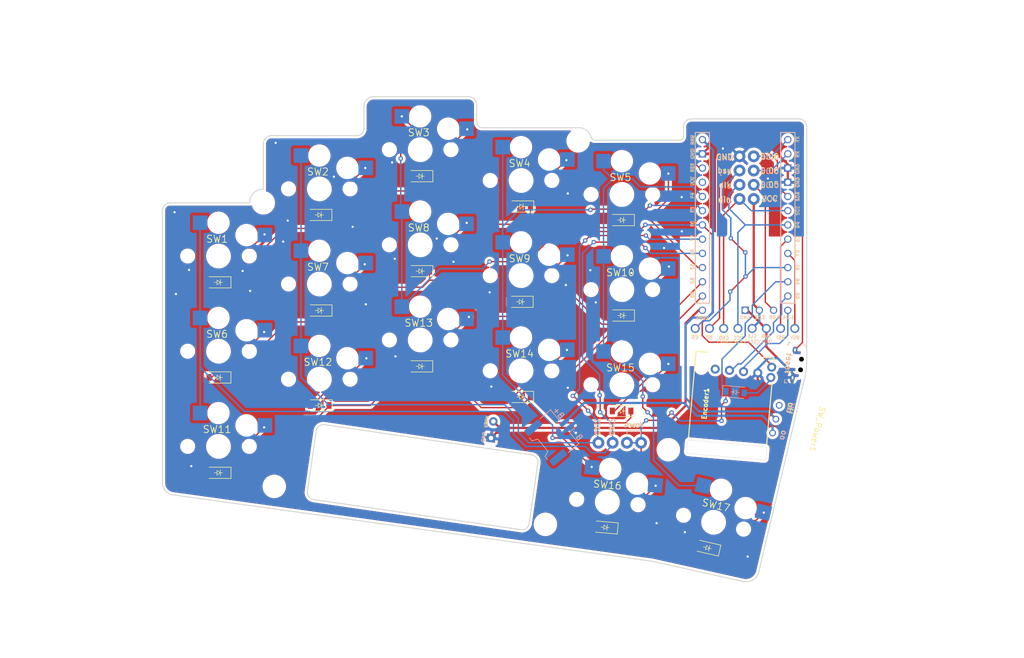
<source format=kicad_pcb>
(kicad_pcb (version 20211014) (generator pcbnew)
  (layers (0 "F.Cu" signal) (31 "B.Cu" signal) (34 "B.Paste" user) (35 "F.Paste" user) (36 "B.SilkS" user "B.Silkscreen") (37 "F.SilkS" user "F.Silkscreen") (38 "B.Mask" user) (39 "F.Mask" user) (44 "Edge.Cuts" user))
  (net 0 "")
  (net 1 "VBat")
  (net 2 "GND")
  (net 3 "row1")
  (net 4 "Net-(D1-Pad2)")
  (net 5 "Net-(D2-Pad2)")
  (net 6 "Net-(D3-Pad2)")
  (net 7 "Net-(D4-Pad2)")
  (net 8 "Net-(D5-Pad2)")
  (net 9 "row2")
  (net 10 "Net-(D6-Pad2)")
  (net 11 "Net-(D7-Pad2)")
  (net 12 "Net-(D8-Pad2)")
  (net 13 "Net-(D9-Pad2)")
  (net 14 "Net-(D10-Pad2)")
  (net 15 "row3")
  (net 16 "Net-(D11-Pad2)")
  (net 17 "Net-(D12-Pad2)")
  (net 18 "Net-(D13-Pad2)")
  (net 19 "Net-(D14-Pad2)")
  (net 20 "Net-(D15-Pad2)")
  (net 21 "row4")
  (net 22 "Net-(D16-Pad2)")
  (net 23 "Net-(D17-Pad2)")
  (net 24 "bsy")
  (net 25 "clk")
  (net 26 "cs")
  (net 27 "dc")
  (net 28 "din")
  (net 29 "rst")
  (net 30 "VCC")
  (net 31 "encoder_a")
  (net 32 "encoder_b")
  (net 33 "Net-(D18-Pad2)")
  (net 34 "col1")
  (net 35 "col2")
  (net 36 "col3")
  (net 37 "col4")
  (net 38 "col5")
  (net 40 "VRaw")
  (net 41 "reset")
  (net 42 "0.06")
  (net 43 "VBus")
  (net 44 "0.08")
  (net 45 "0.05")
  (footprint "mylib:Kailh_Choc_Hotplug" (layer "F.Cu") (at 161 70.5)
    (fp_text reference "SW9")
    (fp_text value "SW_PUSH-kbd" hide)
  )
  (footprint "mylib:pogopin_1x4" (layer "F.Cu") (at 200 53 90)
    (fp_text reference "J2" hide)
    (fp_text value "Conn_01x04_Female")
  )
  (footprint "mylib:Kailh_Choc_Hotplug" (layer "F.Cu") (at 179 73)
    (fp_text reference "SW10")
    (fp_text value "SW_PUSH-kbd" hide)
  )
  (footprint "mylib:SW_Reset_vertical" (layer "F.Cu") (at 211.825 86.45 -95)
    (fp_text reference "SW_Reset1" hide)
    (fp_text value "SW_RESET-kbd")
  )
  (footprint "mylib:Kailh_Choc_Hotplug" (layer "F.Cu") (at 179 90)
    (fp_text reference "SW15")
    (fp_text value "SW_PUSH-kbd" hide)
  )
  (footprint "mylib:Diode" (layer "F.Cu") (at 161.03 58.15 180)
    (fp_text reference "D4" hide)
    (fp_text value "1N4148W" hide)
  )
  (footprint "mylib:Diode" (layer "F.Cu") (at 161 92.175 180)
    (fp_text reference "D14" hide)
    (fp_text value "1N4148W" hide)
  )
  (footprint "mylib:Conn_EPD" (layer "F.Cu") (at 201 79.275)
    (fp_text reference "Display1" hide)
    (fp_text value "Conn_Display_general")
  )
  (footprint "mylib:Diode" (layer "F.Cu") (at 125.06 93.69 180)
    (fp_text reference "D12" hide)
    (fp_text value "1N4148W" hide)
  )
  (footprint "mylib:VBus_pad_reversible" (layer "F.Cu") (at 155.85 98.025 -98)
    (fp_text reference "WirelessCharger1" hide)
    (fp_text value "Conn_01x02_Female" hide)
  )
  (footprint "mylib:Diode" (layer "F.Cu") (at 106.98 105.72 180)
    (fp_text reference "D11" hide)
    (fp_text value "1N4148W" hide)
  )
  (footprint "mylib:Diode" (layer "F.Cu") (at 178.975 60.575 180)
    (fp_text reference "D5" hide)
    (fp_text value "1N4148W" hide)
  )
  (footprint "mylib:Diode" (layer "F.Cu") (at 178.95 94.675 180)
    (fp_text reference "D15" hide)
    (fp_text value "1N4148W" hide)
  )
  (footprint "mylib:Diode" (layer "F.Cu") (at 194.254343 119.117065 167)
    (fp_text reference "D17" hide)
    (fp_text value "1N4148W" hide)
  )
  (footprint "mylib:Diode" (layer "F.Cu") (at 160.92 75.18 180)
    (fp_text reference "D9" hide)
    (fp_text value "1N4148W" hide)
  )
  (footprint "mylib:pogopin_1x4" (layer "F.Cu") (at 178.625 100.35)
    (fp_text reference "J3" hide)
    (fp_text value "expantion1" hide)
  )
  (footprint "mylib:Kailh_Choc_Hotplug" (layer "F.Cu") (at 107 67)
    (fp_text reference "SW1")
    (fp_text value "SW_PUSH-kbd" hide)
  )
  (footprint "mylib:ProMacroLite_Partial" (layer "F.Cu") (at 201 60.175)
    (fp_text reference "U1" hide)
    (fp_text value "ProMicro-kbd")
  )
  (footprint "MountingHole:MountingHole_3.2mm_M3_DIN965" (layer "F.Cu") (at 187.3 101.6)
    (fp_text reference "H3" hide)
    (fp_text value "MountingHole")
  )
  (footprint "mylib:Diode" (layer "F.Cu") (at 142.99 86.71 180)
    (fp_text reference "D13" hide)
    (fp_text value "1N4148W" hide)
  )
  (footprint "mylib:Diode" (layer "F.Cu") (at 176.020767 115.468679 175)
    (fp_text reference "D16" hide)
    (fp_text value "1N4148W" hide)
  )
  (footprint "mylib:Diode" (layer "F.Cu") (at 106.98 71.7 180)
    (fp_text reference "D1" hide)
    (fp_text value "1N4148W" hide)
  )
  (footprint "mylib:RollerEncoder_Panasonic_EVQWGD001" (layer "F.Cu") (at 198.971127 93.138087 -95)
    (fp_text reference "Encoder1")
    (fp_text value "RotaryEncoder")
    (fp_line (start 7.7 7.6) (end 9.5 7.6) (layer "Edge.Cuts") (width 0.05))
    (fp_line (start 7.4 -6.3) (end 7.4 7.3) (layer "Edge.Cuts") (width 0.05))
    (fp_line (start 9.8 7.3) (end 9.8 -6.3) (layer "Edge.Cuts") (width 0.05))
    (fp_line (start 9.5 -6.6) (end 7.7 -6.6) (layer "Edge.Cuts") (width 0.05))
    (fp_arc (start 7.7 7.6) (mid 7.487868 7.512132) (end 7.4 7.3) (layer "Edge.Cuts") (width 0.05))
    (fp_arc (start 9.8 7.3) (mid 9.712132 7.512132) (end 9.5 7.6) (layer "Edge.Cuts") (width 0.05))
    (fp_arc (start 7.4 -6.3) (mid 7.487868 -6.512132) (end 7.7 -6.6) (layer "Edge.Cuts") (width 0.05))
    (fp_arc (start 9.5 -6.6) (mid 9.712132 -6.512132) (end 9.8 -6.3) (layer "Edge.Cuts") (width 0.05))
  )
  (footprint "mylib:Kailh_Choc_Hotplug" (layer "F.Cu") (at 143 48)
    (fp_text reference "SW3")
    (fp_text value "SW_PUSH-kbd" hide)
  )
  (footprint "mylib:Kailh_Choc_Hotplug" (layer "F.Cu") (at 107 84)
    (fp_text reference "SW6")
    (fp_text value "SW_PUSH-kbd" hide)
  )
  (footprint "mylib:Diode" (layer "F.Cu") (at 124.99 59.66 180)
    (fp_text reference "D2" hide)
    (fp_text value "1N4148W" hide)
  )
  (footprint "mylib:Kailh_Choc_Hotplug" (layer "F.Cu") (at 195.367403 114.55 -13)
    (fp_text reference "SW17")
    (fp_text value "SW_PUSH-kbd" hide)
  )
  (footprint "MountingHole:MountingHole_3.2mm_M3_DIN965" (layer "F.Cu") (at 116.95 108.15)
    (fp_text reference "H4" hide)
    (fp_text value "MountingHole")
  )
  (footprint "mylib:pogopin_1x4" (layer "F.Cu") (at 202.54 53 -90)
    (fp_text reference "J1" hide)
    (fp_text value "Conn_01x04_Female")
  )
  (footprint "mylib:Kailh_Choc_Hotplug" (layer "F.Cu") (at 179 56)
    (fp_text reference "SW5")
    (fp_text value "SW_PUSH-kbd" hide)
  )
  (footprint "mylib:SW_BSI10" (layer "F.Cu") (at 209.7 96.9 -103.4)
    (fp_text reference "SW_Power1")
    (fp_text value "SW_Battery-kbd")
  )
  (footprint "mylib:Kailh_Choc_Hotplug" (layer "F.Cu") (at 176.407158 110.95 -5)
    (fp_text reference "SW16")
    (fp_text value "SW_PUSH-kbd" hide)
  )
  (footprint "mylib:Diode" (layer "F.Cu") (at 106.97 88.69 180)
    (fp_text reference "D6" hide)
    (fp_text value "1N4148W" hide)
  )
  (footprint "mylib:Diode" (layer "F.Cu") (at 179 77.625 180)
    (fp_text reference "D10" hide)
    (fp_text value "1N4148W" hide)
  )
  (footprint "mylib:Kailh_Choc_Hotplug" (layer "F.Cu") (at 143 82)
    (fp_text reference "SW13")
    (fp_text value "SW_PUSH-kbd" hide)
  )
  (footprint "mylib:Diode" (layer "F.Cu") (at 143.01 69.7 180)
    (fp_text reference "D8" hide)
    (fp_text value "1N4148W" hide)
  )
  (footprint "mylib:Kailh_Choc_Hotplug" (layer "F.Cu") (at 161 53.5)
    (fp_text reference "SW4")
    (fp_text value "SW_PUSH-kbd" hide)
  )
  (footprint "mylib:Kailh_Choc_Hotplug" (layer "F.Cu") (at 107 101)
    (fp_text reference "SW11")
    (fp_text value "SW_PUSH-kbd" hide)
  )
  (footprint "mylib:Kailh_Choc_Hotplug" (layer "F.Cu") (at 125 55)
    (fp_text reference "SW2")
    (fp_text value "SW_PUSH-kbd" hide)
  )
  (footprint "mylib:Kailh_Choc_Hotplug" (layer "F.Cu") (at 143 65)
    (fp_text reference "SW8")
    (fp_text value "SW_PUSH-kbd" hide)
  )
  (footprint "MountingHole:MountingHole_3.2mm_M3_DIN965" (layer "F.Cu") (at 171.2 46.425)
    (fp_text reference "H2" hide)
    (fp_text value "MountingHole")
  )
  (footprint "MountingHole:MountingHole_3.2mm_M3_DIN965" (layer "F.Cu") (at 115 57.5)
    (fp_text reference "H1" hide)
    (fp_text value "MountingHole")
  )
  (footprint "mylib:Diode" (layer "F.Cu") (at 125.01 76.73 180)
    (fp_text reference "D7" hide)
    (fp_text value "1N4148W" hide)
  )
  (footprint "mylib:Kailh_Choc_Hotplug" (layer "F.Cu") (at 161 87.5)
    (fp_text reference "SW14")
    (fp_text value "SW_PUSH-kbd" hide)
  )
  (footprint "mylib:Kailh_Choc_Hotplug" (layer "F.Cu") (at 125 72)
    (fp_text reference "SW7")
    (fp_text value "SW_PUSH-kbd" hide)
  )
  (footprint "mylib:Kailh_Choc_Hotplug" (layer "F.Cu") (at 125 89)
    (fp_text reference "SW12")
    (fp_text value "SW_PUSH-kbd" hide)
  )
  (footprint "mylib:Diode" (layer "F.Cu") (at 143.01 52.73 180)
    (fp_text reference "D3" hide)
    (fp_text value "1N4148W" hide)
  )
  (footprint "MountingHole:MountingHole_3.2mm_M3_DIN965" (layer "F.Cu") (at 165.35 114.93)
    (fp_text reference "H5" hide)
    (fp_text value "MountingHole")
  )
  (footprint "mylib:Molex_Panelmate_53780-0270_1x02-1MP_P1.25mm_Horizontal" (layer "B.Cu") (at 167 99 130)
    (fp_text reference "Bat_main1" hide)
    (fp_text value "Conn_Battery_solderable" hide)
  )
  (footprint "mylib:Diode" (layer "B.Cu") (at 199.205 91.305 -5)
    (fp_text reference "D18" hide)
    (fp_text value "1N4148W" hide)
  )
  (gr_arc (start 112.6 57.5) (mid 113.257623 55.750714) (end 115 55.075) (layer "Edge.Cuts") (width 0.16))
  (gr_arc (start 132.95 40.325) (mid 133.439876 39.089782) (end 134.645025 38.53) (layer "Edge.Cuts") (width 0.16))
  (gr_line (start 210.5 42.5) (end 191.5 42.5) (layer "Edge.Cuts") (width 0.16))
  (gr_arc (start 124.449816 98.22641) (mid 124.946799 97.375362) (end 125.9 97.125) (layer "Edge.Cuts") (width 0.16))
  (gr_arc (start 154.05 44.075) (mid 153.367893 43.771751) (end 153.1 43.075) (layer "Edge.Cuts") (width 0.16))
  (gr_line (start 154.05 44.075) (end 171.2 44.075) (layer "Edge.Cuts") (width 0.16))
  (gr_line (start 116.5 45.475) (end 131.75 45.475) (layer "Edge.Cuts") (width 0.16))
  (gr_arc (start 123.975612 110.500798) (mid 123.124564 110.003815) (end 122.874202 109.050614) (layer "Edge.Cuts") (width 0.16))
  (gr_arc (start 190 45.675) (mid 189.822479 46.08916) (end 189.424247 46.3) (layer "Edge.Cuts") (width 0.16))
  (gr_line (start 97 107.5) (end 97 58.775) (layer "Edge.Cuts") (width 0.16))
  (gr_line (start 203.44 123.445) (end 211.55 89.125) (layer "Edge.Cuts") (width 0.16))
  (gr_line (start 132.95 44.225) (end 132.95 40.325) (layer "Edge.Cuts") (width 0.16))
  (gr_line (start 123.975612 110.500798) (end 160.999816 115.87641) (layer "Edge.Cuts") (width 0.16))
  (gr_line (start 98.35 57.5) (end 112.6 57.5) (layer "Edge.Cuts") (width 0.16))
  (gr_arc (start 162.9 102.525) (mid 163.751048 103.021983) (end 164.00141 103.975184) (layer "Edge.Cuts") (width 0.16))
  (gr_arc (start 174.15 46.3) (mid 173.725975 46.125963) (end 173.50527 45.724247) (layer "Edge.Cuts") (width 0.16))
  (gr_line (start 115 55.075) (end 115 46.975) (layer "Edge.Cuts") (width 0.16))
  (gr_arc (start 151.6 38.53) (mid 152.656433 38.959133) (end 153.1 40.009587) (layer "Edge.Cuts") (width 0.16))
  (gr_line (start 164.00141 103.975184) (end 162.45 114.775) (layer "Edge.Cuts") (width 0.16))
  (gr_arc (start 210.5 42.5) (mid 211.498616 42.830357) (end 212 43.75) (layer "Edge.Cuts") (width 0.16))
  (gr_arc (start 203.44 123.445) (mid 202.392867 124.835418) (end 200.68 125.145) (layer "Edge.Cuts") (width 0.16))
  (gr_line (start 125.9 97.125) (end 162.9 102.525) (layer "Edge.Cuts") (width 0.16))
  (gr_line (start 98.640175 109.634628) (end 184.375 121.525) (layer "Edge.Cuts") (width 0.16))
  (gr_line (start 174.15 46.3) (end 189.424247 46.3) (layer "Edge.Cuts") (width 0.16))
  (gr_line (start 153.1 40.009587) (end 153.1 43.075) (layer "Edge.Cuts") (width 0.16))
  (gr_line (start 122.874202 109.050614) (end 124.449816 98.22641) (layer "Edge.Cuts") (width 0.16))
  (gr_arc (start 212 86) (mid 211.869969 87.576176) (end 211.55 89.125) (layer "Edge.Cuts") (width 0.16))
  (gr_line (start 200.68 125.145) (end 184.375 121.525) (layer "Edge.Cuts") (width 0.16))
  (gr_line (start 212 43.75) (end 212 86) (layer "Edge.Cuts") (width 0.16))
  (gr_arc (start 98.640175 109.634628) (mid 97.443179 108.856917) (end 97 107.5) (layer "Edge.Cuts") (width 0.16))
  (gr_arc (start 115 46.975) (mid 115.43934 45.91434) (end 116.5 45.475) (layer "Edge.Cuts") (width 0.16))
  (gr_arc (start 97 58.775) (mid 97.410939 57.857906) (end 98.35 57.5) (layer "Edge.Cuts") (width 0.16))
  (gr_line (start 134.645025 38.53) (end 151.6 38.53) (layer "Edge.Cuts") (width 0.16))
  (gr_line (start 190 43.75) (end 190 45.675) (layer "Edge.Cuts") (width 0.16))
  (gr_arc (start 171.2 44.075) (mid 172.631982 44.509161) (end 173.50527 45.724247) (layer "Edge.Cuts") (width 0.16))
  (gr_arc (start 132.95 44.225) (mid 132.608883 45.098528) (end 131.75 45.475) (layer "Edge.Cuts") (width 0.16))
  (gr_arc (start 190 43.75) (mid 190.499172 42.824006) (end 191.5 42.5) (layer "Edge.Cuts") (width 0.16))
  (gr_arc (start 162.45 114.775) (mid 161.953017 115.626048) (end 160.999816 115.87641) (layer "Edge.Cuts") (width 0.16))
  (segment (start 205.9012 97.3412) (end 205.9012 98.606083) (width 0.4) (layer "B.Cu") (net 1))
  (segment (start 168.743182 96.721417) (end 172.225599 93.239) (width 0.4) (layer "B.Cu") (net 1))
  (segment (start 190.099862 93.239) (end 192.385862 95.525) (width 0.4) (layer "B.Cu") (net 1))
  (segment (start 204.085 95.525) (end 205.9012 97.3412) (width 0.4) (layer "B.Cu") (net 1))
  (segment (start 192.385862 95.525) (end 204.085 95.525) (width 0.4) (layer "B.Cu") (net 1))
  (segment (start 172.225599 93.239) (end 190.099862 93.239) (width 0.4) (layer "B.Cu") (net 1))
  (segment (start 193.38 48.745) (end 195.67 46.455) (width 0.4) (layer "F.Cu") (net 2))
  (segment (start 201.425 76.685) (end 204.675 79.935) (width 0.4) (layer "F.Cu") (net 2))
  (segment (start 204.792 83.228687) (end 209.90299 88.339677) (width 0.4) (layer "F.Cu") (net 2))
  (segment (start 195.685 46.455) (end 197.035 47.805) (width 0.4) (layer "F.Cu") (net 2))
  (segment (start 204.455 46.455) (end 208.62 50.62) (width 0.4) (layer "F.Cu") (net 2))
  (segment (start 204.792 79.935) (end 204.792 83.228687) (width 0.4) (layer "F.Cu") (net 2))
  (segment (start 203.25688 93.81312) (end 203.25688 87.866555) (width 0.4) (layer "F.Cu") (net 2))
  (segment (start 210.1 88.275) (end 209.1 89.275) (width 0.25) (layer "F.Cu") (net 2))
  (segment (start 170.811 98.573) (end 156.578642 98.573) (width 0.4) (layer "F.Cu") (net 2))
  (segment (start 201 76.685) (end 201.425 76.685) (width 0.4) (layer "F.Cu") (net 2))
  (segment (start 156.578642 98.573) (end 155.64124 99.510402) (width 0.4) (layer "F.Cu") (net 2))
  (segment (start 195.67 46.455) (end 204.455 46.455) (width 0.4) (layer "F.Cu") (net 2))
  (segment (start 208.62 51.285) (end 208.62 53.825) (width 0.4) (layer "F.Cu") (net 2))
  (segment (start 195.67 46.455) (end 195.685 46.455) (width 0.4) (layer "F.Cu") (net 2))
  (segment (start 198.497 98.573) (end 203.25688 93.81312) (width 0.4) (layer "F.Cu") (net 2))
  (segment (start 170.811 98.573) (end 198.497 98.573) (width 0.4) (layer "F.Cu") (net 2))
  (segment (start 208.62 50.62) (end 208.62 51.285) (width 0.4) (layer "F.Cu") (net 2))
  (segment (start 204.675 79.935) (end 204.792 79.935) (width 0.4) (layer "F.Cu") (net 2))
  (via (at 127.6 52.825) (size 0.8) (drill 0.4) (layers "F.Cu" "B.Cu") (net 2))
  (via (at 189.675 56.475) (size 0.8) (drill 0.4) (layers "F.Cu" "B.Cu") (net 2))
  (via (at 169 72.175) (size 0.8) (drill 0.4) (layers "F.Cu" "B.Cu") (net 2))
  (via (at 130.95 61.775) (size 0.8) (drill 0.4) (layers "F.Cu" "B.Cu") (net 2))
  (via (at 119.35 60.675) (size 0.8) (drill 0.4) (layers "F.Cu" "B.Cu") (net 2))
  (via (at 138.6 84.925) (size 0.8) (drill 0.4) (layers "F.Cu" "B.Cu") (net 2))
  (via (at 138.45 67.475) (size 0.8) (drill 0.4) (layers "F.Cu" "B.Cu") (net 2))
  (via (at 112.65 73.225) (size 0.8) (drill 0.4) (layers "F.Cu" "B.Cu") (net 2))
  (via (at 174.35 75.275) (size 0.8) (drill 0.4) (layers "F.Cu" "B.Cu") (net 2))
  (via (at 138 50.275) (size 0.8) (drill 0.4) (layers "F.Cu" "B.Cu") (net 2))
  (via (at 145.95 63.875) (size 0.8) (drill 0.4) (layers "F.Cu" "B.Cu") (net 2))
  (via (at 118.55 64.425) (size 0.8) (drill 0.4) (layers "F.Cu" "B.Cu") (net 2))
  (via (at 169.35 90.525) (size 0.8) (drill 0.4) (layers "F.Cu" "B.Cu") (net 2))
  (via (at 101.75 69.475) (size 0.8) (drill 0.4) (layers "F.Cu" "B.Cu") (net 2))
  (via (at 155.7 90.325) (size 0.8) (drill 0.4) (layers "F.Cu" "B.Cu") (net 2))
  (via (at 180.7 70.025) (size 0.8) (drill 0.4) (layers "F.Cu" "B.Cu") (net 2))
  (via (at 205.055 53.155) (size 0.8) (drill 0.4) (layers "F.Cu" "B.Cu") (net 2))
  (via (at 133.3 75.625) (size 0.8) (drill 0.4) (layers "F.Cu" "B.Cu") (net 2))
  (via (at 190.25 116.325) (size 0.8) (drill 0.4) (layers "F.Cu" "B.Cu") (net 2))
  (via (at 169.35 55.825) (size 0.8) (drill 0.4) (layers "F.Cu" "B.Cu") (net 2))
  (via (at 99.4 73.775) (size 0.8) (drill 0.4) (layers "F.Cu" "B.Cu") (net 2))
  (via (at 185.2 114.725) (size 0.8) (drill 0.4) (layers "F.Cu" "B.Cu") (net 2))
  (via (at 99.15 59.175) (size 0.8) (drill 0.4) (layers "F.Cu" "B.Cu") (net 2))
  (via (at 189.695 62.585) (size 0.8) (drill 0.4) (layers "F.Cu" "B.Cu") (net 2))
  (via (at 102.15 104.525) (size 0.8) (drill 0.4) (layers "F.Cu" "B.Cu") (net 2))
  (via (at 111.3 69.675) (size 0.8) (drill 0.4) (layers "F.Cu" "B.Cu") (net 2))
  (via (at 173.365 69.535) (size 0.8) (drill 0.4) (layers "F.Cu" "B.Cu") (net 2))
  (via (at 117.2 46.775) (size 0.8) (drill 0.4) (layers "F.Cu" "B.Cu") (net 2))
  (via (at 186.535 65.555) (size 0.8) (drill 0.4) (layers "F.Cu" "B.Cu") (net 2))
  (via (at 194.405 90.875) (size 0.8) (drill 0.4) (layers "F.Cu" "B.Cu") (net 2))
  (via (at 197.035 47.805) (size 0.8) (drill 0.4) (layers "F.Cu" "B.Cu") (net 2))
  (via (at 201.45 120.675) (size 0.8) (drill 0.4) (layers "F.Cu" "B.Cu") (net 2))
  (via (at 148.95 68.025) (size 0.8) (drill 0.4) (layers "F.Cu" "B.Cu") (net 2))
  (via (at 170.811 98.573) (size 0.8) (drill 0.4) (layers "F.Cu" "B.Cu") (net 2))
  (via (at 155.4 73.475) (size 0.8) (drill 0.4) (layers "F.Cu" "B.Cu") (net 2))
  (segment (start 203.25688 87.866555) (end 203.25688 87.110185) (width 0.4) (layer "B.Cu") (net 2))
  (segment (start 169.546667 97.678972) (end 169.916972 97.678972) (width 0.4) (layer "B.Cu") (net 2))
  (segment (start 169.916972 97.678972) (end 170.811 98.573) (width 0.4) (layer "B.Cu") (net 2))
  (segment (start 209.465292 87.905292) (end 209.465292 88.753102) (width 0.4) (layer "B.Cu") (net 2))
  (segment (start 206.805 85.245) (end 209.465292 87.905292) (width 0.4) (layer "B.Cu") (net 2))
  (segment (start 205.122065 85.245) (end 206.805 85.245) (width 0.4) (layer "B.Cu") (net 2))
  (segment (start 198.615 47.805) (end 200 49.19) (width 0.4) (layer "B.Cu") (net 2))
  (segment (start 197.035 47.805) (end 198.615 47.805) (width 0.4) (layer "B.Cu") (net 2))
  (segment (start 203.25688 87.110185) (end 205.122065 85.245) (width 0.4) (layer "B.Cu") (net 2))
  (segment (start 114.8 65.975) (end 118.7 62.075) (width 0.25) (layer "F.Cu") (net 3))
  (segment (start 162.68 60.775) (end 163.23 61.325) (width 0.25) (layer "F.Cu") (net 3))
  (segment (start 180.625 60.575) (end 180.845 60.355) (width 0.25) (layer "F.Cu") (net 3))
  (segment (start 144.66 54.915) (end 144.66 52.73) (width 0.25) (layer "F.Cu") (net 3))
  (segment (start 126 62.075) (end 126.64 61.435) (width 0.25) (layer "F.Cu") (net 3))
  (segment (start 114.8 68.475) (end 114.8 65.975) (width 0.25) (layer "F.Cu") (net 3))
  (segment (start 126.64 61.435) (end 126.64 59.66) (width 0.25) (layer "F.Cu") (net 3))
  (segment (start 165.8 61.325) (end 166.4 61.925) (width 0.25) (layer "F.Cu") (net 3))
  (segment (start 118.7 62.075) (end 126 62.075) (width 0.25) (layer "F.Cu") (net 3))
  (segment (start 144.2 55.375) (end 144.66 54.915) (width 0.25) (layer "F.Cu") (net 3))
  (segment (start 179.375 61.925) (end 180.625 60.675) (width 0.25) (layer "F.Cu") (net 3))
  (segment (start 108.63 71.7) (end 111.575 71.7) (width 0.25) (layer "F.Cu") (net 3))
  (segment (start 134.2 55.375) (end 144.2 55.375) (width 0.25) (layer "F.Cu") (net 3))
  (segment (start 149.69 54.915) (end 156.1 61.325) (width 0.25) (layer "F.Cu") (net 3))
  (segment (start 192.585 69.065) (end 193.38 69.065) (width 0.25) (layer "F.Cu") (net 3))
  (segment (start 129.915 59.66) (end 134.2 55.375) (width 0.25) (layer "F.Cu") (net 3))
  (segment (start 166.4 61.925) (end 179.375 61.925) (width 0.25) (layer "F.Cu") (net 3))
  (segment (start 126.64 59.66) (end 129.915 59.66) (width 0.25) (layer "F.Cu") (net 3))
  (segment (start 162.15 61.325) (end 162.68 60.795) (width 0.25) (layer "F.Cu") (net 3))
  (segment (start 183.875 60.355) (end 192.585 69.065) (width 0.25) (layer "F.Cu") (net 3))
  (segment (start 163.23 61.325) (end 165.8 61.325) (width 0.25) (layer "F.Cu") (net 3))
  (segment (start 162.68 60.795) (end 162.68 58.15) (width 0.25) (layer "F.Cu") (net 3))
  (segment (start 156.1 61.325) (end 162.15 61.325) (width 0.25) (layer "F.Cu") (net 3))
  (segment (start 144.66 54.915) (end 149.69 54.915) (width 0.25) (layer "F.Cu") (net 3))
  (segment (start 180.845 60.355) (end 183.875 60.355) (width 0.25) (layer "F.Cu") (net 3))
  (segment (start 111.575 71.7) (end 114.8 68.475) (width 0.25) (layer "F.Cu") (net 3))
  (segment (start 112.8 65.555) (end 111.81 65.555) (width 0.25) (layer "F.Cu") (net 4))
  (segment (start 111.81 65.555) (end 105.665 71.7) (width 0.25) (layer "F.Cu") (net 4))
  (segment (start 115.22 63.135) (end 112.8 65.555) (width 0.25) (layer "F.Cu") (net 4))
  (via (at 115.22 63.135) (size 0.8) (drill 0.4) (layers "F.Cu" "B.Cu") (net 4))
  (segment (start 130.9 53.575) (end 129.7 53.575) (width 0.25) (layer "F.Cu") (net 5))
  (segment (start 133.2 51.275) (end 130.9 53.575) (width 0.25) (layer "F.Cu") (net 5))
  (segment (start 129.7 53.575) (end 123.615 59.66) (width 0.25) (layer "F.Cu") (net 5))
  (via (at 133.2 51.275) (size 0.8) (drill 0.4) (layers "F.Cu" "B.Cu") (net 5))
  (segment (start 149.2 46.575) (end 147.7575 46.575) (width 0.25) (layer "F.Cu") (net 6))
  (segment (start 147.7575 46.575) (end 141.6025 52.73) (width 0.25) (layer "F.Cu") (net 6))
  (segment (start 151.4 44.375) (end 149.2 46.575) (width 0.25) (layer "F.Cu") (net 6))
  (via (at 151.4 44.375) (size 0.8) (drill 0.4) (layers "F.Cu" "B.Cu") (net 6))
  (segment (start 169.1 49.875) (end 167 51.975) (width 0.25) (layer "F.Cu") (net 7))
  (segment (start 165.9 51.975) (end 159.725 58.15) (width 0.25) (layer "F.Cu") (net 7))
  (segment (start 167 51.975) (end 165.9 51.975) (width 0.25) (layer "F.Cu") (net 7))
  (via (at 169.1 49.875) (size 0.8) (drill 0.4) (layers "F.Cu" "B.Cu") (net 7))
  (segment (start 184.665 59.455) (end 178.445 59.455) (width 0.25) (layer "F.Cu") (net 8))
  (segment (start 178.445 59.455) (end 177.325 60.575) (width 0.25) (layer "F.Cu") (net 8))
  (segment (start 187.3 52.275) (end 187.3 56.82) (width 0.25) (layer "F.Cu") (net 8))
  (segment (start 187.3 56.82) (end 184.665 59.455) (width 0.25) (layer "F.Cu") (net 8))
  (via (at 187.3 52.275) (size 0.8) (drill 0.4) (layers "F.Cu" "B.Cu") (net 8))
  (segment (start 114.7 85.275) (end 114.7 83.275) (width 0.25) (layer "F.Cu") (net 9))
  (segment (start 144.66 71.315) (end 148.44 71.315) (width 0.25) (layer "F.Cu") (net 9))
  (segment (start 108.62 88.69) (end 109.543008 88.69) (width 0.25) (layer "F.Cu") (net 9))
  (segment (start 154.9 77.775) (end 160.9 77.775) (width 0.25) (layer "F.Cu") (net 9))
  (segment (start 126.66 78.215) (end 126.66 76.73) (width 0.25) (layer "F.Cu") (net 9))
  (segment (start 162.57 76.105) (end 162.57 75.18) (width 0.25) (layer "F.Cu") (net 9))
  (segment (start 126.66 76.73) (end 129.945 76.73) (width 0.25) (layer "F.Cu") (net 9))
  (segment (start 126.1 78.775) (end 126.66 78.215) (width 0.25) (layer "F.Cu") (net 9))
  (segment (start 170.404994 74.175) (end 175.404994 79.175) (width 0.25) (layer "F.Cu") (net 9))
  (segment (start 160.9 77.775) (end 162.57 76.105) (width 0.25) (layer "F.Cu") (net 9))
  (segment (start 119.2 78.775) (end 126.1 78.775) (width 0.25) (layer "F.Cu") (net 9))
  (segment (start 162.57 75.18) (end 163.575 74.175) (width 0.25) (layer "F.Cu") (net 9))
  (segment (start 114.7 83.275) (end 119.2 78.775) (width 0.25) (layer "F.Cu") (net 9))
  (segment (start 179.1 79.175) (end 180.65 77.625) (width 0.25) (layer "F.Cu") (net 9))
  (segment (start 113.6 86.375) (end 114.7 85.275) (width 0.25) (layer "F.Cu") (net 9))
  (segment (start 175.404994 79.175) (end 179.1 79.175) (width 0.25) (layer "F.Cu") (net 9))
  (segment (start 163.575 74.175) (end 170.404994 74.175) (width 0.25) (layer "F.Cu") (net 9))
  (segment (start 180.65 77.625) (end 187.36 77.625) (width 0.25) (layer "F.Cu") (net 9))
  (segment (start 129.945 76.73) (end 134.1 72.575) (width 0.25) (layer "F.Cu") (net 9))
  (segment (start 134.1 72.575) (end 143.4 72.575) (width 0.25) (layer "F.Cu") (net 9))
  (segment (start 109.543008 88.69) (end 111.858008 86.375) (width 0.25) (layer "F.Cu") (net 9))
  (segment (start 143.4 72.575) (end 144.66 71.315) (width 0.25) (layer "F.Cu") (net 9))
  (segment (start 148.44 71.315) (end 154.9 77.775) (width 0.25) (layer "F.Cu") (net 9))
  (segment (start 144.66 71.315) (end 144.66 69.7) (width 0.25) (layer "F.Cu") (net 9))
  (segment (start 187.36 77.625) (end 193.38 71.605) (width 0.25) (layer "F.Cu") (net 9))
  (segment (start 111.858008 86.375) (end 113.6 86.375) (width 0.25) (layer "F.Cu") (net 9))
  (segment (start 115.142 80.577) (end 113.11 82.609) (width 0.25) (layer "F.Cu") (net 10))
  (segment (start 111.84 82.609) (end 105.759 88.69) (width 0.25) (layer "F.Cu") (net 10))
  (segment (start 113.11 82.609) (end 111.84 82.609) (width 0.25) (layer "F.Cu") (net 10))
  (segment (start 105.759 88.69) (end 105.32 88.69) (width 0.25) (layer "F.Cu") (net 10))
  (via (at 115.142 80.577) (size 0.8) (drill 0.4) (layers "F.Cu" "B.Cu") (net 10))
  (segment (start 131 70.575) (end 129.7 70.575) (width 0.25) (layer "F.Cu") (net 11))
  (segment (start 129.7 70.575) (end 123.545 76.73) (width 0.25) (layer "F.Cu") (net 11))
  (segment (start 133.1 68.475) (end 131 70.575) (width 0.25) (layer "F.Cu") (net 11))
  (via (at 133.1 68.475) (size 0.8) (drill 0.4) (layers "F.Cu" "B.Cu") (net 11))
  (segment (start 148.9 63.475) (end 147.9 63.475) (width 0.25) (layer "F.Cu") (net 12))
  (segment (start 147.9 63.475) (end 141.675 69.7) (width 0.25) (layer "F.Cu") (net 12))
  (segment (start 151.3 61.075) (end 148.9 63.475) (width 0.25) (layer "F.Cu") (net 12))
  (via (at 151.3 61.075) (size 0.8) (drill 0.4) (layers "F.Cu" "B.Cu") (net 12))
  (segment (start 169.3 66.875) (end 167.1 69.075) (width 0.25) (layer "F.Cu") (net 13))
  (segment (start 165.8 69.075) (end 159.695 75.18) (width 0.25) (layer "F.Cu") (net 13))
  (segment (start 159.695 75.18) (end 159.27 75.18) (width 0.25) (layer "F.Cu") (net 13))
  (segment (start 167.1 69.075) (end 165.8 69.075) (width 0.25) (layer "F.Cu") (net 13))
  (via (at 169.3 66.875) (size 0.8) (drill 0.4) (layers "F.Cu" "B.Cu") (net 13))
  (segment (start 184 71.475) (end 177.85 77.625) (width 0.25) (layer "F.Cu") (net 14))
  (segment (start 177.85 77.625) (end 177.35 77.625) (width 0.25) (layer "F.Cu") (net 14))
  (segment (start 187.4 68.875) (end 184.8 71.475) (width 0.25) (layer "F.Cu") (net 14))
  (segment (start 184.8 71.475) (end 184 71.475) (width 0.25) (layer "F.Cu") (net 14))
  (via (at 187.4 68.875) (size 0.8) (drill 0.4) (layers "F.Cu" "B.Cu") (net 14))
  (segment (start 153.9 94.075) (end 160.75 94.075) (width 0.25) (layer "F.Cu") (net 15))
  (segment (start 134.085 93.69) (end 137.7 90.075) (width 0.25) (layer "F.Cu") (net 15))
  (segment (start 108.63 105.72) (end 112.655 105.72) (width 0.25) (layer "F.Cu") (net 15))
  (segment (start 144.64 86.71) (end 146.535 86.71) (width 0.25) (layer "F.Cu") (net 15))
  (segment (start 167.27 96.795) (end 179.68 96.795) (width 0.25) (layer "F.Cu") (net 15))
  (segment (start 180.6 95.875) (end 180.6 94.675) (width 0.25) (layer "F.Cu") (net 15))
  (segment (start 179.68 96.795) (end 180.6 95.875) (width 0.25) (layer "F.Cu") (net 15))
  (segment (start 146.535 86.71) (end 153.9 94.075) (width 0.25) (layer "F.Cu") (net 15))
  (segment (start 112.655 105.72) (end 122.4 95.975) (width 0.25) (layer "F.Cu") (net 15))
  (segment (start 122.4 95.975) (end 124.6 95.975) (width 0.25) (layer "F.Cu") (net 15))
  (segment (start 124.6 95.975) (end 126.71 93.865) (width 0.25) (layer "F.Cu") (net 15))
  (segment (start 165.455 92.175) (end 176.825 80.805) (width 0.25) (layer "F.Cu") (net 15))
  (segment (start 176.825 80.805) (end 186.72 80.805) (width 0.25) (layer "F.Cu") (net 15))
  (segment (start 141.275 90.075) (end 144.64 86.71) (width 0.25) (layer "F.Cu") (net 15))
  (segment (start 162.65 92.175) (end 167.27 96.795) (width 0.25) (layer "F.Cu") (net 15))
  (segment (start 162.65 92.175) (end 165.455 92.175) (width 0.25) (layer "F.Cu") (net 15))
  (segment (start 186.72 80.805) (end 193.38 74.145) (width 0.25) (layer "F.Cu") (net 15))
  (segment (start 126.71 93.69) (end 134.085 93.69) (width 0.25) (layer "F.Cu") (net 15))
  (segment (start 160.75 94.075) (end 162.65 92.175) (width 0.25) (layer "F.Cu") (net 15))
  (segment (start 137.7 90.075) (end 141.275 90.075) (width 0.25) (layer "F.Cu") (net 15))
  (segment (start 105.747 105.72) (end 105.33 105.72) (width 0.25) (layer "F.Cu") (net 16))
  (segment (start 115.142 97.595) (end 113.212 99.525) (width 0.25) (layer "F.Cu") (net 16))
  (segment (start 111.942 99.525) (end 105.747 105.72) (width 0.25) (layer "F.Cu") (net 16))
  (segment (start 113.212 99.525) (end 111.942 99.525) (width 0.25) (layer "F.Cu") (net 16))
  (via (at 115.142 97.595) (size 0.8) (drill 0.4) (layers "F.Cu" "B.Cu") (net 16))
  (segment (start 129.8 87.575) (end 123.685 93.69) (width 0.25) (layer "F.Cu") (net 17))
  (segment (start 133.4 85.275) (end 131.1 87.575) (width 0.25) (layer "F.Cu") (net 17))
  (segment (start 131.1 87.575) (end 129.8 87.575) (width 0.25) (layer "F.Cu") (net 17))
  (via (at 133.4 85.275) (size 0.8) (drill 0.4) (layers "F.Cu" "B.Cu") (net 17))
  (segment (start 148 80.475) (end 141.765 86.71) (width 0.25) (layer "F.Cu") (net 18))
  (segment (start 141.765 86.71) (end 141.34 86.71) (width 0.25) (layer "F.Cu") (net 18))
  (segment (start 149.1 80.475) (end 148 80.475) (width 0.25) (layer "F.Cu") (net 18))
  (segment (start 151.7 77.875) (end 149.1 80.475) (width 0.25) (layer "F.Cu") (net 18))
  (via (at 151.7 77.875) (size 0.8) (drill 0.4) (layers "F.Cu" "B.Cu") (net 18))
  (segment (start 165.7 86.075) (end 159.6 92.175) (width 0.25) (layer "F.Cu") (net 19))
  (segment (start 169.2 83.775) (end 166.9 86.075) (width 0.25) (layer "F.Cu") (net 19))
  (segment (start 166.9 86.075) (end 165.7 86.075) (width 0.25) (layer "F.Cu") (net 19))
  (via (at 169.2 83.775) (size 0.8) (drill 0.4) (layers "F.Cu" "B.Cu") (net 19))
  (segment (start 183.9 88.475) (end 177.7 94.675) (width 0.25) (layer "F.Cu") (net 20))
  (segment (start 185.1 88.475) (end 183.9 88.475) (width 0.25) (layer "F.Cu") (net 20))
  (segment (start 187.3 86.275) (end 185.1 88.475) (width 0.25) (layer "F.Cu") (net 20))
  (segment (start 177.7 94.675) (end 177.3 94.675) (width 0.25) (layer "F.Cu") (net 20))
  (via (at 187.3 86.275) (size 0.8) (drill 0.4) (layers "F.Cu" "B.Cu") (net 20))
  (segment (start 178.045 107.785) (end 174.825 107.785) (width 0.25) (layer "F.Cu") (net 21))
  (segment (start 182.435 103.395) (end 178.045 107.785) (width 0.25) (layer "F.Cu") (net 21))
  (segment (start 197.525 92.905) (end 196.795 93.635) (width 0.25) (layer "F.Cu") (net 21))
  (segment (start 183.345 96.345) (end 186.485 96.345) (width 0.25) (layer "F.Cu") (net 21))
  (segment (start 194.755288 120.595) (end 195.862054 119.488234) (width 0.25) (layer "F.Cu") (net 21))
  (segment (start 182.643807 115.718807) (end 187.52 120.595) (width 0.25) (layer "F.Cu") (net 21))
  (segment (start 182.435 100.35) (end 182.435 103.395) (width 0.25) (layer "F.Cu") (net 21))
  (segment (start 177.770809 115.718807) (end 178.081193 115.718807) (width 0.25) (layer "F.Cu") (net 21))
  (segment (start 187.52 120.595) (end 194.755288 120.595) (width 0.25) (layer "F.Cu") (net 21))
  (segment (start 172.645 109.965) (end 172.645 116.115) (width 0.25) (layer "F.Cu") (net 21))
  (segment (start 178.081193 115.718807) (end 182.643807 115.718807) (width 0.25) (layer "F.Cu") (net 21))
  (segment (start 196.795 93.635) (end 196.795 96.445) (width 0.25) (layer "F.Cu") (net 21))
  (segment (start 172.645 116.115) (end 173.555 117.025) (width 0.25) (layer "F.Cu") (net 21))
  (segment (start 186.485 96.345) (end 187.875 94.955) (width 0.25) (layer "F.Cu") (net 21))
  (segment (start 176.775 117.025) (end 178.081193 115.718807) (width 0.25) (layer "F.Cu") (net 21))
  (segment (start 174.825 107.785) (end 172.645 109.965) (width 0.25) (layer "F.Cu") (net 21))
  (segment (start 173.555 117.025) (end 176.775 117.025) (width 0.25) (layer "F.Cu") (net 21))
  (via (at 197.525 92.905) (size 0.8) (drill 0.4) (layers "F.Cu" "B.Cu") (net 21))
  (via (at 183.345 96.345) (size 0.8) (drill 0.4) (layers "F.Cu" "B.Cu") (net 21))
  (via (at 196.795 96.445) (size 0.8) (drill 0.4) (layers "F.Cu" "B.Cu") (net 21))
  (via (at 187.875 94.955) (size 0.8) (drill 0.4) (layers "F.Cu" "B.Cu") (net 21))
  (segment (start 179.895 100.35) (end 182.435 100.35) (width 0.25) (layer "B.Cu") (net 21))
  (segment (start 196.875 90.474914) (end 196.875 85.395) (width 0.25) (layer "B.Cu") (net 21))
  (segment (start 182.435 97.255) (end 183.345 96.345) (width 0.25) (layer "B.Cu") (net 21))
  (segment (start 187.875 94.955) (end 189.365 96.445) (width 0.25) (layer "B.Cu") (net 21))
  (segment (start 182.435 100.35) (end 182.435 97.255) (width 0.25) (layer "B.Cu") (net 21))
  (segment (start 201.015 81.255) (end 201.015 79.015) (width 0.25) (layer "B.Cu") (net 21))
  (segment (start 197.561279 91.161193) (end 196.875 90.474914) (width 0.25) (layer "B.Cu") (net 21))
  (segment (start 206.455 71.605) (end 208.62 71.605) (width 0.25) (layer "B.Cu") (net 21))
  (segment (start 202.285 75.775) (end 206.455 71.605) (width 0.25) (layer "B.Cu") (net 21))
  (segment (start 197.561279 92.868721) (end 197.561279 91.161193) (width 0.25) (layer "B.Cu") (net 21))
  (segment (start 196.875 85.395) (end 201.015 81.255) (width 0.25) (layer "B.Cu") (net 21))
  (segment (start 202.285 77.745) (end 202.285 75.775) (width 0.25) (layer "B.Cu") (net 21))
  (segment (start 189.365 96.445) (end 196.795 96.445) (width 0.25) (layer "B.Cu") (net 21))
  (segment (start 197.525 92.905) (end 197.561279 92.868721) (width 0.25) (layer "B.Cu") (net 21))
  (segment (start 201.015 79.015) (end 202.285 77.745) (width 0.25) (layer "B.Cu") (net 21))
  (segment (start 181.095 109.825) (end 183.235 109.825) (width 0.25) (layer "F.Cu") (net 22))
  (segment (start 183.235 109.825) (end 185.025 108.035) (width 0.25) (layer "F.Cu") (net 22))
  (segment (start 174.377046 115.324872) (end 175.595128 115.324872) (width 0.25) (layer "F.Cu") (net 22))
  (segment (start 175.595128 115.324872) (end 181.095 109.825) (width 0.25) (layer "F.Cu") (net 22))
  (via (at 185.025 108.035) (size 0.8) (drill 0.4) (layers "F.Cu" "B.Cu") (net 22))
  (segment (start 195.905 117.545) (end 199.205 114.245) (width 0.25) (layer "F.Cu") (net 23))
  (segment (start 199.205 114.245) (end 202.915 114.245) (width 0.25) (layer "F.Cu") (net 23))
  (segment (start 192.646632 118.745896) (end 193.847528 117.545) (width 0.25) (layer "F.Cu") (net 23))
  (segment (start 193.847528 117.545) (end 195.905 117.545) (width 0.25) (layer "F.Cu") (net 23))
  (segment (start 202.915 114.245) (end 204.325 112.835) (width 0.25) (layer "F.Cu") (net 23))
  (via (at 204.325 112.835) (size 0.8) (drill 0.4) (layers "F.Cu" "B.Cu") (net 23))
  (segment (start 198.335 73.355) (end 198.375 73.355) (width 0.25) (layer "F.Cu") (net 24))
  (segment (start 201.035 66.355) (end 200.965 66.355) (width 0.25) (layer "F.Cu") (net 24))
  (segment (start 200.965 66.355) (end 198.445 63.835) (width 0.25) (layer "F.Cu") (net 24))
  (segment (start 198.375 73.355) (end 201.075 70.655) (width 0.25) (layer "F.Cu") (net 24))
  (segment (start 198.445 63.835) (end 198.445 63.825) (width 0.25) (layer "F.Cu") (net 24))
  (via (at 198.335 73.355) (size 0.8) (drill 0.4) (layers "F.Cu" "B.Cu") (net 24))
  (via (at 201.035 66.355) (size 0.8) (drill 0.4) (layers "F.Cu" "B.Cu") (net 24))
  (via (at 201.075 70.655) (size 0.8) (drill 0.4) (layers "F.Cu" "B.Cu") (net 24))
  (via (at 198.445 63.825) (size 0.8) (drill 0.4) (layers "F.Cu" "B.Cu") (net 24))
  (segment (start 198.295 74.915) (end 194.645 78.565) (width 0.25) (layer "B.Cu") (net 24))
  (segment (start 201.075 70.655) (end 201.115 70.655) (width 0.25) (layer "B.Cu") (net 24))
  (segment (start 201.115 70.655) (end 202.705 69.065) (width 0.25) (layer "B.Cu") (net 24))
  (segment (start 196.925 54.805) (end 196.925 58.695) (width 0.25) (layer "B.Cu") (net 24))
  (segment (start 196.925 58.695) (end 198.445 60.215) (width 0.25) (layer "B.Cu") (net 24))
  (segment (start 193.462 78.565) (end 192.092 79.935) (width 0.25) (layer "B.Cu") (net 24))
  (segment (start 198.295 73.395) (end 198.295 74.915) (width 0.25) (layer "B.Cu") (net 24))
  (segment (start 201.035 66.355) (end 201.055 66.375) (width 0.25) (layer "B.Cu") (net 24))
  (segment (start 198.445 60.215) (end 198.445 63.825) (width 0.25) (layer "B.Cu") (net 24))
  (segment (start 201.055 70.635) (end 201.075 70.655) (width 0.25) (layer "B.Cu") (net 24))
  (segment (start 202.705 69.065) (end 208.62 69.065) (width 0.25) (layer "B.Cu") (net 24))
  (segment (start 200 51.73) (end 196.925 54.805) (width 0.25) (layer "B.Cu") (net 24))
  (segment (start 201.055 66.375) (end 201.055 70.635) (width 0.25) (layer "B.Cu") (net 24))
  (segment (start 194.645 78.565) (end 193.462 78.565) (width 0.25) (layer "B.Cu") (net 24))
  (segment (start 198.335 73.355) (end 198.295 73.395) (width 0.25) (layer "B.Cu") (net 24))
  (segment (start 198.105 55.995) (end 198.105 58.505) (width 0.25) (layer "B.Cu") (net 25))
  (segment (start 201.045 61.445) (end 208.62 61.445) (width 0.25) (layer "B.Cu") (net 25))
  (segment (start 199.83 54.27) (end 198.105 55.995) (width 0.25) (layer "B.Cu") (net 25))
  (segment (start 200 54.27) (end 199.83 54.27) (width 0.25) (layer "B.Cu") (net 25))
  (segment (start 199.712 62.778) (end 199.712 79.935) (width 0.25) (layer "B.Cu") (net 25))
  (segment (start 201.045 61.445) (end 199.712 62.778) (width 0.25) (layer "B.Cu") (net 25))
  (segment (start 198.105 58.505) (end 201.045 61.445) (width 0.25) (layer "B.Cu") (net 25))
  (segment (start 209.872 67.777) (end 208.62 66.525) (width 0.25) (layer "F.Cu") (net 26))
  (segment (start 209.872 79.935) (end 209.872 67.777) (width 0.25) (layer "F.Cu") (net 26))
  (segment (start 207.332 65.273) (end 208.62 63.985) (width 0.25) (layer "F.Cu") (net 27))
  (segment (start 207.332 79.935) (end 207.332 65.273) (width 0.25) (layer "F.Cu") (net 27))
  (segment (start 200 56.81) (end 197.165 59.645) (width 0.25) (layer "F.Cu") (net 28))
  (segment (start 197.165 79.928) (end 197.172 79.935) (width 0.25) (layer "F.Cu") (net 28))
  (segment (start 197.165 59.645) (end 197.165 79.928) (width 0.25) (layer "F.Cu") (net 28))
  (segment (start 208.62 58.905) (end 202.095 58.905) (width 0.25) (layer "B.Cu") (net 28))
  (segment (start 202.095 58.905) (end 200 56.81) (width 0.25) (layer "B.Cu") (net 28))
  (segment (start 196.435 49.795) (end 199.105 47.125) (width 0.25) (layer "F.Cu") (net 29))
  (segment (start 203.875 47.125) (end 206.765 50.015) (width 0.25) (layer "F.Cu") (net 29))
  (segment (start 194.632 79.935) (end 196.435 78.132) (width 0.25) (layer "F.Cu") (net 29))
  (segment (start 196.435 78.132) (end 196.435 49.795) (width 0.25) (layer "F.Cu") (net 29))
  (segment (start 206.765 54.51) (end 208.62 56.365) (width 0.25) (layer "F.Cu") (net 29))
  (segment (start 199.105 47.125) (end 203.875 47.125) (width 0.25) (layer "F.Cu") (net 29))
  (segment (start 206.765 50.015) (end 206.765 54.51) (width 0.25) (layer "F.Cu") (net 29))
  (segment (start 202.54 75.685) (end 203.54 76.685) (width 0.4) (layer "F.Cu") (net 30))
  (segment (start 202.54 56.81) (end 202.54 75.685) (width 0.4) (layer "F.Cu") (net 30))
  (segment (start 203.54 76.685) (end 203.54 78.647) (width 0.4) (layer "B.Cu") (net 30))
  (segment (start 203.54 78.647) (end 202.252 79.935) (width 0.4) (layer "B.Cu") (net 30))
  (segment (start 200.726545 87.64518) (end 200.726545 86.913455) (width 0.25) (layer "B.Cu") (net 31))
  (segment (start 200.726545 86.913455) (end 205.015 82.625) (width 0.25) (layer "B.Cu") (net 31))
  (segment (start 207.155 82.625) (end 208.62 81.16) (width 0.25) (layer "B.Cu") (net 31))
  (segment (start 208.62 81.16) (end 208.62 76.685) (width 0.25) (layer "B.Cu") (net 31))
  (segment (start 205.015 82.625) (end 207.155 82.625) (width 0.25) (layer "B.Cu") (net 31))
  (segment (start 206.065 78.915) (end 207.505 77.475) (width 0.25) (layer "B.Cu") (net 32))
  (segment (start 207.505 75.26) (end 208.62 74.145) (width 0.25) (layer "B.Cu") (net 32))
  (segment (start 198.546211 87.448804) (end 199.720015 86.275) (width 0.25) (layer "B.Cu") (net 32))
  (segment (start 200.3 86.275) (end 206.065 80.51) (width 0.25) (layer "B.Cu") (net 32))
  (segment (start 199.720015 86.275) (end 200.3 86.275) (width 0.25) (layer "B.Cu") (net 32))
  (segment (start 206.065 80.51) (end 206.065 78.915) (width 0.25) (layer "B.Cu") (net 32))
  (segment (start 207.505 77.475) (end 207.505 75.26) (width 0.25) (layer "B.Cu") (net 32))
  (segment (start 203.206985 91.448807) (end 205.583313 89.072479) (width 0.25) (layer "B.Cu") (net 33))
  (segment (start 205.583313 89.072479) (end 205.583313 88.697479) (width 0.25) (layer "B.Cu") (net 33))
  (segment (start 200.848721 91.448807) (end 203.206985 91.448807) (width 0.25) (layer "B.Cu") (net 33))
  (segment (start 183.205 65.555) (end 182.155 64.505) (width 0.25) (layer "F.Cu") (net 34))
  (segment (start 182.155 64.505) (end 173.985 64.505) (width 0.25) (layer "F.Cu") (net 34))
  (segment (start 175.125 91.975) (end 175.035 91.885) (width 0.25) (layer "F.Cu") (net 34))
  (segment (start 175.125 94.895) (end 175.125 91.975) (width 0.25) (layer "F.Cu") (net 34))
  (via (at 183.205 65.555) (size 0.8) (drill 0.4) (layers "F.Cu" "B.Cu") (net 34))
  (via (at 173.985 64.505) (size 0.8) (drill 0.4) (layers "F.Cu" "B.Cu") (net 34))
  (via (at 175.035 91.885) (size 0.8) (drill 0.4) (layers "F.Cu" "B.Cu") (net 34))
  (via (at 175.125 94.895) (size 0.8) (drill 0.4) (layers "F.Cu" "B.Cu") (net 34))
  (segment (start 103.705 77.730958) (end 103.874521 77.900479) (width 0.25) (layer "B.Cu") (net 34))
  (segment (start 103.725 78.05) (end 103.725 86.859) (width 0.25) (layer "B.Cu") (net 34))
  (segment (start 175.035 88.265) (end 171.975 85.205) (width 0.25) (layer "B.Cu") (net 34))
  (segment (start 175.125 94.895) (end 177.355 97.125) (width 0.25) (layer "B.Cu") (net 34))
  (segment (start 161.815 101.005) (end 172.481 101.005) (width 0.25) (layer "B.Cu") (net 34))
  (segment (start 171.975 85.205) (end 171.975 66.515) (width 0.25) (layer "B.Cu") (net 34))
  (segment (start 172.481 101.005) (end 173.605 102.129) (width 0.25) (layer "B.Cu") (net 34))
  (segment (start 183.205 65.555) (end 184.175 66.525) (width 0.25) (layer "B.Cu") (net 34))
  (segment (start 175.9875 102.129) (end 177.355 100.7615) (width 0.25) (layer "B.Cu") (net 34))
  (segment (start 175.035 91.885) (end 175.035 88.265) (width 0.25) (layer "B.Cu") (net 34))
  (segment (start 103.705 61.369042) (end 103.705 77.730958) (width 0.25) (layer "B.Cu") (net 34))
  (segment (start 157.983 94.763) (end 159.655 96.435) (width 0.25) (layer "B.Cu") (net 34))
  (segment (start 173.605 102.129) (end 175.9875 102.129) (width 0.25) (layer "B.Cu") (net 34))
  (segment (start 159.655 98.845) (end 161.815 101.005) (width 0.25) (layer "B.Cu") (net 34))
  (segment (start 103.725 86.859) (end 103.725 95.05) (width 0.25) (layer "B.Cu") (net 34))
  (segment (start 103.874521 61.199521) (end 103.705 61.369042) (width 0.25) (layer "B.Cu") (net 34))
  (segment (start 184.175 66.525) (end 193.38 66.525) (width 0.25) (layer "B.Cu") (net 34))
  (segment (start 111.629 94.763) (end 157.983 94.763) (width 0.25) (layer "B.Cu") (net 34))
  (segment (start 177.355 97.125) (end 177.355 100.35) (width 0.25) (layer "B.Cu") (net 34))
  (segment (start 103.725 86.859) (end 111.629 94.763) (width 0.25) (layer "B.Cu") (net 34))
  (segment (start 159.655 96.435) (end 159.655 98.845) (width 0.25) (layer "B.Cu") (net 34))
  (segment (start 177.355 100.7615) (end 177.355 100.35) (width 0.25) (layer "B.Cu") (net 34))
  (segment (start 171.975 66.515) (end 173.985 64.505) (width 0.25) (layer "B.Cu") (net 34))
  (segment (start 170.375 91.995) (end 172.955 94.575) (width 0.25) (layer "F.Cu") (net 35))
  (segment (start 172.455 64.235) (end 173.355 63.335) (width 0.25) (layer "F.Cu") (net 35))
  (segment (start 172.955 94.575) (end 172.955 94.635) (width 0.25) (layer "F.Cu") (net 35))
  (segment (start 170.245 91.995) (end 170.375 91.995) (width 0.25) (layer "F.Cu") (net 35))
  (segment (start 173.355 63.335) (end 183.285 63.335) (width 0.25) (layer "F.Cu") (net 35))
  (via (at 172.455 64.235) (size 0.8) (drill 0.4) (layers "F.Cu" "B.Cu") (net 35))
  (via (at 183.285 63.335) (size 0.8) (drill 0.4) (layers "F.Cu" "B.Cu") (net 35))
  (via (at 172.955 94.635) (size 0.8) (drill 0.4) (layers "F.Cu" "B.Cu") (net 35))
  (via (at 170.245 91.995) (size 0.8) (drill 0.4) (layers "F.Cu" "B.Cu") (net 35))
  (segment (start 183.935 63.985) (end 193.38 63.985) (width 0.25) (layer "B.Cu") (net 35))
  (segment (start 121.725 88.679323) (end 126.600677 93.555) (width 0.25) (layer "B.Cu") (net 35))
  (segment (start 121.725 83.05) (end 121.725 88.679323) (width 0.25) (layer "B.Cu") (net 35))
  (segment (start 121.725 66.833) (end 121.725 82.75) (width 0.25) (layer "B.Cu") (net 35))
  (segment (start 162.37 100.35) (end 174.815 100.35) (width 0.25) (layer "B.Cu") (net 35))
  (segment (start 126.600677 93.555) (end 158.065 93.555) (width 0.25) (layer "B.Cu") (net 35))
  (segment (start 174.675 100.21) (end 174.815 100.35) (width 0.25) (layer "B.Cu") (net 35))
  (segment (start 183.285 63.335) (end 183.935 63.985) (width 0.25) (layer "B.Cu") (net 35))
  (segment (start 158.065 93.555) (end 160.515 96.005) (width 0.25) (layer "B.Cu") (net 35))
  (segment (start 160.515 98.495) (end 162.37 100.35) (width 0.25) (layer "B.Cu") (net 35))
  (segment (start 121.725 49.11) (end 121.725 65.415) (width 0.25) (layer "B.Cu") (net 35))
  (segment (start 174.675 96.355) (end 174.675 100.21) (width 0.25) (layer "B.Cu") (net 35))
  (segment (start 172.455 64.235) (end 171.445 65.245) (width 0.25) (layer "B.Cu") (net 35))
  (segment (start 171.445 65.245) (end 171.445 90.795) (width 0.25) (layer "B.Cu") (net 35))
  (segment (start 160.515 96.005) (end 160.515 98.495) (width 0.25) (layer "B.Cu") (net 35))
  (segment (start 172.955 94.635) (end 174.675 96.355) (width 0.25) (layer "B.Cu") (net 35))
  (segment (start 171.445 90.795) (end 170.245 91.995) (width 0.25) (layer "B.Cu") (net 35))
  (segment (start 195.135 77.085) (end 195.135 63.2) (width 0.25) (layer "F.Cu") (net 36))
  (segment (start 201.610032 82.395) (end 194.535 82.395) (width 0.25) (layer "F.Cu") (net 36))
  (segment (start 139.526 46.949) (end 139.526 49.589) (width 0.25) (layer "F.Cu") (net 36))
  (segment (start 167.484026 62.615) (end 162.094026 68.005) (width 0.25) (layer "F.Cu") (net 36))
  (segment (start 205.744551 86.529519) (end 201.610032 82.395) (width 0.25) (layer "F.Cu") (net 36))
  (segment (start 194.535 82.395) (end 193.345 81.205) (width 0.25) (layer "F.Cu") (net 36))
  (segment (start 205.744551 86.854519) (end 205.744551 86.529519) (width 0.25) (layer "F.Cu") (net 36))
  (segment (start 162.094026 68.005) (end 155.385 68.005) (width 0.25) (layer "F.Cu") (net 36))
  (segment (start 193.345 78.875) (end 195.135 77.085) (width 0.25) (layer "F.Cu") (net 36))
  (segment (start 141.866 44.201) (end 141.866 44.609) (width 0.25) (layer "F.Cu") (net 36))
  (segment (start 183.195 61.425) (end 182.005 62.615) (width 0.25) (layer "F.Cu") (net 36))
  (segment (start 193.345 81.205) (end 193.345 78.875) (width 0.25) (layer "F.Cu") (net 36))
  (segment (start 141.866 44.609) (end 139.526 46.949) (width 0.25) (layer "F.Cu") (net 36))
  (segment (start 195.135 63.2) (end 193.38 61.445) (width 0.25) (layer "F.Cu") (net 36))
  (segment (start 182.005 62.615) (end 167.484026 62.615) (width 0.25) (layer "F.Cu") (net 36))
  (segment (start 139.72 42.055) (end 141.866 44.201) (width 0.25) (layer "F.Cu") (net 36))
  (via (at 155.385 68.005) (size 0.8) (drill 0.4) (layers "F.Cu" "B.Cu") (net 36))
  (via (at 139.72 42.055) (size 0.8) (drill 0.4) (layers "F.Cu" "B.Cu") (net 36))
  (via (at 139.526 49.589) (size 0.8) (drill 0.4) (layers "F.Cu" "B.Cu") (net 36))
  (via (at 183.195 61.425) (size 0.8) (drill 0.4) (layers "F.Cu" "B.Cu") (net 36))
  (segment (start 139.725 75.652) (end 139.526 75.851) (width 0.25) (layer "B.Cu") (net 36))
  (segment (start 146.500421 69.274579) (end 154.115421 69.274579) (width 0.25) (layer "B.Cu") (net 36))
  (segment (start 154.115421 69.274579) (end 155.385 68.005) (width 0.25) (layer "B.Cu") (net 36))
  (segment (start 139.725 76.05) (end 146.500421 69.274579) (width 0.25) (layer "B.Cu") (net 36))
  (segment (start 183.215 61.445) (end 193.38 61.445) (width 0.25) (layer "B.Cu") (net 36))
  (segment (start 183.195 61.425) (end 183.215 61.445) (width 0.25) (layer "B.Cu") (net 36))
  (segment (start 139.526 49.589) (end 139.526 58.851) (width 0.25) (layer "B.Cu") (net 36))
  (segment (start 139.725 59.05) (end 139.725 75.652) (width 0.25) (layer "B.Cu") (net 36))
  (segment (start 184.015 57.975) (end 183.365 58.625) (width 0.25) (layer "F.Cu") (net 37))
  (segment (start 166.635 99.495) (end 168.431 99.495) (width 0.25) (layer "F.Cu") (net 37))
  (segment (start 173.515 58.625) (end 173.395 58.745) (width 0.25) (layer "F.Cu") (net 37))
  (segment (start 183.365 58.625) (end 173.515 58.625) (width 0.25) (layer "F.Cu") (net 37))
  (segment (start 168.431 99.495) (end 173.605 104.669) (width 0.25) (layer "F.Cu") (net 37))
  (via (at 173.605 104.669) (size 0.8) (drill 0.4) (layers "F.Cu" "B.Cu") (net 37))
  (via (at 184.015 57.975) (size 0.8) (drill 0.4) (layers "F.Cu" "B.Cu") (net 37))
  (via (at 173.395 58.745) (size 0.8) (drill 0.4) (layers "F.Cu" "B.Cu") (net 37))
  (via (at 166.635 99.495) (size 0.8) (drill 0.4) (layers "F.Cu" "B.Cu") (net 37))
  (segment (start 184.015 57.975) (end 184.035 57.955) (width 0.25) (layer "B.Cu") (net 37))
  (segment (start 160.685 58.745) (end 157.725 61.705) (width 0.25) (layer "B.Cu") (net 37))
  (segment (start 166.635 99.495) (end 166.635 97.191) (width 0.25) (layer "B.Cu") (net 37))
  (segment (start 157.725 64.55) (end 157.725 81.55) (width 0.25) (layer "B.Cu") (net 37))
  (segment (start 157.725 47.976) (end 157.725 63.712) (width 0.25) (layer "B.Cu") (net 37))
  (segment (start 157.725 63.712) (end 157.306 64.131) (width 0.25) (layer "B.Cu") (net 37))
  (segment (start 173.395 58.745) (end 160.685 58.745) (width 0.25) (layer "B.Cu") (net 37))
  (segment (start 184.035 57.955) (end 192.43 57.955) (width 0.25) (layer "B.Cu") (net 37))
  (segment (start 192.43 57.955) (end 193.38 58.905) (width 0.25) (layer "B.Cu") (net 37))
  (segment (start 173.662206 104.737206) (end 173.663197 104.737206) (width 0.25) (layer "B.Cu") (net 37))
  (segment (start 157.725 88.281) (end 157.725 81.55) (width 0.25) (layer "B.Cu") (net 37))
  (segment (start 157.725 61.705) (end 157.725 64.55) (width 0.25) (layer "B.Cu") (net 37))
  (segment (start 166.635 97.191) (end 157.725 88.281) (width 0.25) (layer "B.Cu") (net 37))
  (segment (start 182.735 92.095) (end 182.735 94.045) (width 0.25) (layer "F.Cu") (net 38))
  (segment (start 182.735 94.045) (end 183.585 94.895) (width 0.25) (layer "F.Cu") (net 38))
  (via (at 182.735 92.095) (size 0.8) (drill 0.4) (layers "F.Cu" "B.Cu") (net 38))
  (via (at 183.585 94.895) (size 0.8) (drill 0.4) (layers "F.Cu" "B.Cu") (net 38))
  (segment (start 180.665 87.245) (end 178.92 87.245) (width 0.25) (layer "B.Cu") (net 38))
  (segment (start 178.92 87.245) (end 175.725 84.05) (width 0.25) (layer "B.Cu") (net 38))
  (segment (start 184.65 103.475) (end 189.190783 108.015783) (width 0.25) (layer "B.Cu") (net 38))
  (segment (start 182.735 92.095) (end 182.735 89.315) (width 0.25) (layer "B.Cu") (net 38))
  (segment (start 183.585 94.895) (end 184.65 95.96) (width 0.25) (layer "B.Cu") (net 38))
  (segment (start 175.725 54.9) (end 175.725 67.05) (width 0.25) (layer "B.Cu") (net 38))
  (segment (start 175.725 67.5) (end 175.725 84.05) (width 0.25) (layer "B.Cu") (net 38))
  (segment (start 182.735 89.315) (end 180.665 87.245) (width 0.25) (layer "B.Cu") (net 38))
  (segment (start 176.61 54.015) (end 175.725 54.9) (width 0.25) (layer "B.Cu") (net 38))
  (segment (start 182.305 54.645) (end 191.66 54.645) (width 0.25) (layer "B.Cu") (net 38))
  (segment (start 175.725 50.05) (end 175.725 51.57) (width 0.25) (layer "B.Cu") (net 38))
  (segment (start 191.66 54.645) (end 193.38 56.365) (width 0.25) (layer "B.Cu") (net 38))
  (segment (start 175.725 51.57) (end 177.39 53.235) (width 0.25) (layer "B.Cu") (net 38))
  (segment (start 176.61 54.015) (end 177.39 53.235) (width 0.25) (layer "B.Cu") (net 38))
  (segment (start 184.65 95.96) (end 184.65 103.475) (width 0.25) (layer "B.Cu") (net 38))
  (segment (start 189.190783 108.015783) (end 193.5148 108.015783) (width 0.25) (layer "B.Cu") (net 38))
  (segment (start 180.895 53.235) (end 182.305 54.645) (width 0.25) (layer "B.Cu") (net 38))
  (segment (start 177.39 53.235) (end 180.895 53.235) (width 0.25) (layer "B.Cu") (net 38))
  (segment (start 190.369 92.35) (end 190.369 79.271) (width 0.4) (layer "B.Cu") (net 40))
  (segment (start 194.281 77.999) (end 195.255 77.025) (width 0.4) (layer "B.Cu") (net 40))
  (segment (start 195.255 48.08) (end 193.38 46.205) (width 0.4) (layer "B.Cu") (net 40))
  (segment (start 190.369 79.271) (end 191.641 77.999) (width 0.4) (layer "B.Cu") (net 40))
  (segment (start 192.782 94.763) (end 190.369 92.35) (width 0.4) (layer "B.Cu") (net 40))
  (segment (start 206.48984 96.135232) (end 205.117608 94.763) (width 0.4) (layer "B.Cu") (net 40))
  (segment (start 205.117608 94.763) (end 192.782 94.763) (width 0.4) (layer "B.Cu") (net 40))
  (segment (start 195.255 77.025) (end 195.255 48.08) (width 0.4) (layer "B.Cu") (net 40))
  (segment (start 191.641 77.999) (end 194.281 77.999) (width 0.4) (layer "B.Cu") (net 40))
  (segment (start 211.235 46.395) (end 208.925 44.085) (width 0.25) (layer "F.Cu") (net 41))
  (segment (start 211.235 82.438199) (end 211.235 46.395) (width 0.25) (layer "F.Cu") (net 41))
  (segment (start 191.475 49.875) (end 192.885 51.285) (width 0.25) (layer "F.Cu") (net 41))
  (segment (start 208.925 44.085) (end 193.38 44.085) (width 0.25) (layer "F.Cu") (net 41))
  (segment (start 192.885 51.285) (end 193.38 51.285) (width 0.25) (layer "F.Cu") (net 41))
  (segment (start 193.38 44.085) (end 191.475 45.99) (width 0.25) (layer "F.Cu") (net 41))
  (segment (start 191.475 45.99) (end 191.475 49.875) (width 0.25) (layer "F.Cu") (net 41))
  (segment (start 209.901071 83.772128) (end 211.235 82.438199) (width 0.25) (layer "F.Cu") (net 41))
  (segment (start 205.635 49.19) (end 208.62 46.205) (width 0.25) (layer "B.Cu") (net 42))
  (segment (start 202.54 49.19) (end 205.635 49.19) (width 0.25) (layer "B.Cu") (net 42))
  (segment (start 192.699 76.685) (end 193.38 76.685) (width 0.4) (layer "F.Cu") (net 43))
  (segment (start 190.369 79.015) (end 192.699 76.685) (width 0.4) (layer "F.Cu") (net 43))
  (segment (start 157.224162 97.705) (end 186.411 97.705) (width 0.4) (layer "F.Cu") (net 43))
  (segment (start 156.05876 96.539598) (end 157.224162 97.705) (width 0.4) (layer "F.Cu") (net 43))
  (segment (start 190.369 93.747) (end 190.369 79.015) (width 0.4) (layer "F.Cu") (net 43))
  (segment (start 186.411 97.705) (end 190.369 93.747) (width 0.4) (layer "F.Cu") (net 43))
  (segment (start 205.635 51.73) (end 208.62 48.745) (width 0.25) (layer "B.Cu") (net 44))
  (segment (start 202.54 51.73) (end 205.635 51.73) (width 0.25) (layer "B.Cu") (net 44))
  (segment (start 204.605 75.21) (end 206.08 76.685) (width 0.25) (layer "F.Cu") (net 45))
  (segment (start 204.605 56.335) (end 204.605 75.21) (width 0.25) (layer "F.Cu") (net 45))
  (segment (start 202.54 54.27) (end 204.605 56.335) (width 0.25) (layer "F.Cu") (net 45))
  (zone (net 0) (net_name "") (layers F&B.Cu) (connect_pads (clearance 0)) (min_thickness 0.254)
    (keepout (tracks allowed) (vias allowed) (pads allowed) (copperpour not_allowed) (footprints allowed))
    (fill (thermal_gap 0.508) (thermal_bridge_width 0.508))
    (polygon (pts (xy 217.293 87.143) (xy 189.353 86.635) (xy 189.353 63.521) (xy 217.547 63.521)))
  )
  (zone (net 2) (net_name "GND") (layers F&B.Cu) (connect_pads (clearance 0.508)) (min_thickness 0.254) (fill yes (thermal_gap 0.508) (thermal_bridge_width 0.508))
    (polygon (pts (xy 250.8 26.375) (xy 249.55 138.775) (xy 68 135.625) (xy 68.3 26.075)))
  )
)
</source>
